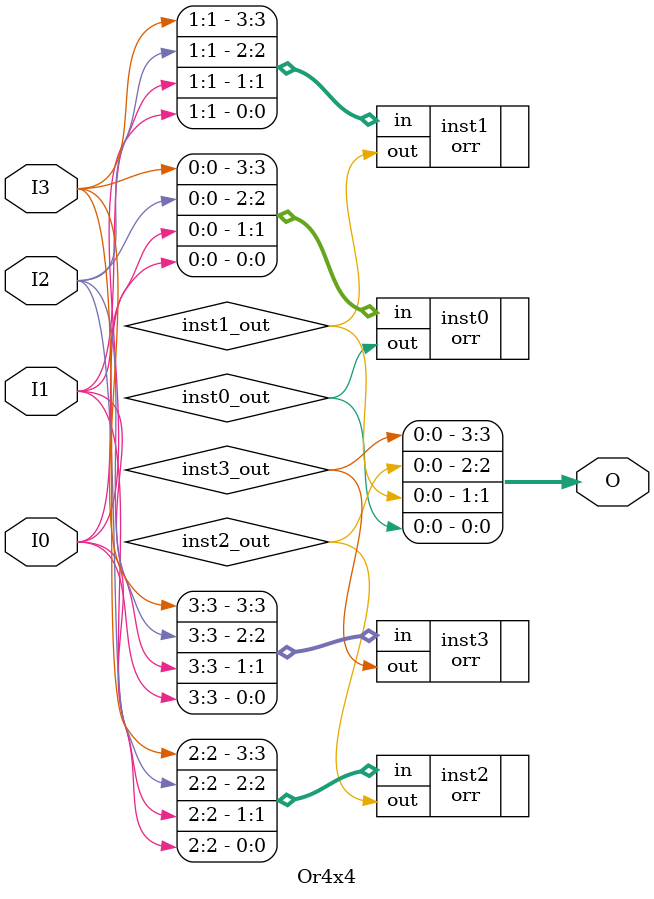
<source format=v>
module Or4x4 (input [3:0] I0, input [3:0] I1, input [3:0] I2, input [3:0] I3, output [3:0] O);
wire  inst0_out;
wire  inst1_out;
wire  inst2_out;
wire  inst3_out;
orr inst0 (.in({I3[0],I2[0],I1[0],I0[0]}), .out(inst0_out));
orr inst1 (.in({I3[1],I2[1],I1[1],I0[1]}), .out(inst1_out));
orr inst2 (.in({I3[2],I2[2],I1[2],I0[2]}), .out(inst2_out));
orr inst3 (.in({I3[3],I2[3],I1[3],I0[3]}), .out(inst3_out));
assign O = {inst3_out,inst2_out,inst1_out,inst0_out};
endmodule


</source>
